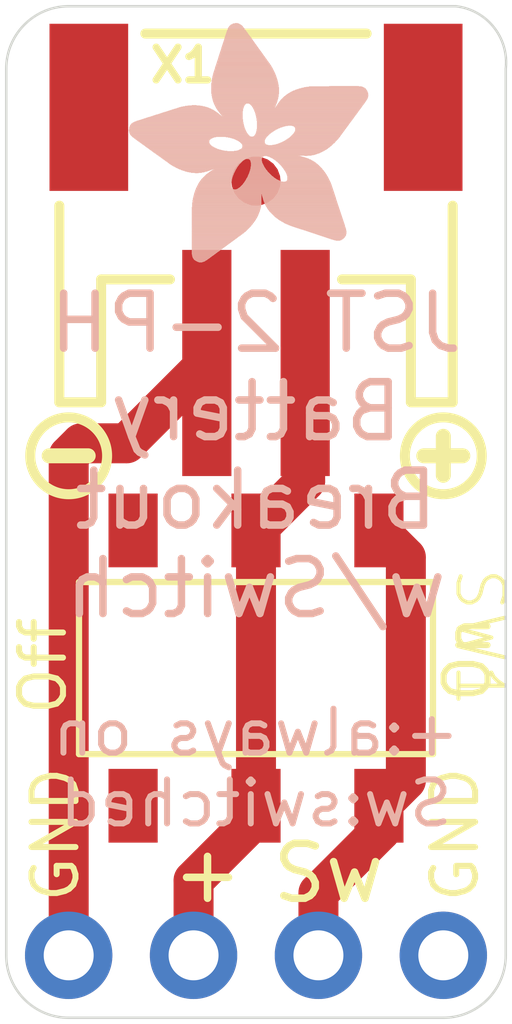
<source format=kicad_pcb>
(kicad_pcb (version 20240108) (generator "pcbnew") (generator_version "8.0")
  (layers (0 "F.Cu" signal) (31 "B.Cu" signal) (34 "B.Paste" user) (35 "F.Paste" user) (36 "B.SilkS" user "B.Silkscreen") (37 "F.SilkS" user "F.Silkscreen") (38 "B.Mask" user) (39 "F.Mask" user) (44 "Edge.Cuts" user))
  (net 0 "")
  (net 1 "N$1")
  (net 2 "N$2")
  (net 3 "GND")
  (footprint "JST2 switch:SYMBOL_MINUS" (layer "F.Cu") (at 144.687583 103.8606)
    (property "Reference" "U$2" (hide yes))
    (property "Value" "" (hide yes))
  )
  (footprint "JST2 switch:FIDUCIAL_1MM" (layer "F.Cu") (at 148.497583 98.2726)
    (property "Reference" "FID1" (hide yes))
    (property "Value" "FIDUCIAL\"\"" (hide yes))
    (pad "1" smd roundrect (at 0 0) (size 1 1) (layers "F.Cu" "F.Mask") (roundrect_rratio 0.5))
  )
  (footprint "JST2 switch:JSTPH2" (layer "F.Cu") (at 148.497583 98.2726)
    (property "Reference" "X1" (at -2.2225 -1.9685 0) (layer "F.SilkS") (effects (font (size 0.666496 0.666496) (thickness 0.146304)) (justify left bottom)))
    (property "Value" "")
    (pad "1" smd rect (at -1 3.7) (size 1 4.6) (layers "F.Cu" "F.Paste" "F.Mask") (net 3 "GND"))
    (pad "2" smd rect (at 1 3.7) (size 1 4.6) (layers "F.Cu" "F.Paste" "F.Mask") (net 1 "N$1"))
    (pad "NC1" smd rect (at -3.4 -1.5 90) (size 3.4 1.6) (layers "F.Cu" "F.Paste" "F.Mask"))
    (pad "NC2" smd rect (at 3.4 -1.5 90) (size 3.4 1.6) (layers "F.Cu" "F.Paste" "F.Mask"))
  )
  (footprint "JST2 switch:SYMBOL_PLUS" (layer "F.Cu") (at 152.307583 103.8606)
    (property "Reference" "U$1" (hide yes))
    (property "Value" "" (hide yes))
  )
  (footprint "JST2 switch:PADS-4" (layer "F.Cu") (at 148.497583 114.0206 180)
    (property "Reference" "JP1" (hide yes))
    (property "Value" "" (hide yes))
    (pad "1" thru_hole circle (at -3.81 0 270) (size 1.778 1.778) (drill 1.016) (layers "*.Cu" "*.Mask") (net 3 "GND"))
    (pad "2" thru_hole circle (at -1.27 0 270) (size 1.778 1.778) (drill 1.016) (layers "*.Cu" "*.Mask") (net 2 "N$2"))
    (pad "3" thru_hole circle (at 1.27 0 270) (size 1.778 1.778) (drill 1.016) (layers "*.Cu" "*.Mask") (net 1 "N$1"))
    (pad "4" thru_hole circle (at 3.81 0 270) (size 1.778 1.778) (drill 1.016) (layers "*.Cu" "*.Mask") (net 3 "GND"))
  )
  (footprint "JST2 switch:EG1390" (layer "F.Cu") (at 148.497583 108.1786 180)
    (property "Reference" "SW1" (at -4 2.1 -90) (layer "F.SilkS") (effects (font (size 0.93472 0.93472) (thickness 0.08128)) (justify left bottom)))
    (property "Value" "")
    (pad "" np_thru_hole circle (at -1.5 0 180) (size 1 1) (drill 1) (layers "*.Cu" "*.Mask"))
    (pad "" np_thru_hole circle (at 1.5 0 180) (size 1 1) (drill 1) (layers "*.Cu" "*.Mask"))
    (pad "O1" smd rect (at -2.5 -2.8 180) (size 1 1.5) (layers "F.Cu" "F.Paste" "F.Mask") (net 2 "N$2"))
    (pad "O2" smd rect (at -2.5 2.8 180) (size 1 1.5) (layers "F.Cu" "F.Paste" "F.Mask") (net 2 "N$2"))
    (pad "P1" smd rect (at 0 -2.8 180) (size 1 1.5) (layers "F.Cu" "F.Paste" "F.Mask") (net 1 "N$1"))
    (pad "P2" smd rect (at 0 2.8 180) (size 1 1.5) (layers "F.Cu" "F.Paste" "F.Mask") (net 1 "N$1"))
    (pad "S1" smd rect (at 2.5 -2.8 180) (size 1 1.5) (layers "F.Cu" "F.Paste" "F.Mask"))
    (pad "S2" smd rect (at 2.5 2.8 180) (size 1 1.5) (layers "F.Cu" "F.Paste" "F.Mask"))
  )
  (footprint "JST2 switch:ADAFRUIT_5MM" (layer "B.Cu") (at 150.783583 99.9236 180)
    (property "Reference" "U$3" (hide yes))
    (property "Value" "" (hide yes))
  )
  (gr_arc (start 143.417583 95.9866) (mid 143.789557 95.088574) (end 144.687583 94.7166) (stroke (width 0.05)) (layer "Edge.Cuts"))
  (gr_arc (start 144.687583 115.2906) (mid 143.789557 114.918626) (end 143.417583 114.0206) (stroke (width 0.05)) (layer "Edge.Cuts"))
  (gr_line (start 153.577583 95.9866) (end 153.577583 114.0206) (stroke (width 0.05)) (layer "Edge.Cuts"))
  (gr_arc (start 152.561583 94.7166) (mid 153.332609 95.14118) (end 153.577583 95.9866) (stroke (width 0.05)) (layer "Edge.Cuts"))
  (gr_arc (start 153.577583 114.0206) (mid 153.205609 114.918626) (end 152.307583 115.2906) (stroke (width 0.05)) (layer "Edge.Cuts"))
  (gr_line (start 152.307583 115.2906) (end 144.687583 115.2906) (stroke (width 0.05)) (layer "Edge.Cuts"))
  (gr_line (start 143.417583 114.0206) (end 143.417583 95.9866) (stroke (width 0.05)) (layer "Edge.Cuts"))
  (gr_line (start 144.687583 94.7166) (end 152.561583 94.7166) (stroke (width 0.05)) (layer "Edge.Cuts"))
  (gr_text "JST 2-PH\nBattery\nBreakout\nw/Switch" (at 148.497583 103.8606 0) (layer "B.SilkS") (effects (font (size 1.1176 1.1176) (thickness 0.1524)) (justify mirror)))
  (gr_text "+:always on\nSw:switched" (at 148.497583 110.2106 0) (layer "B.SilkS") (effects (font (size 0.89408 0.89408) (thickness 0.12192)) (justify mirror)))
  (gr_text "On" (at 153.323583 108.9406 90) (layer "F.SilkS") (effects (font (size 0.89408 0.89408) (thickness 0.12192)) (justify left bottom)))
  (gr_text "Off" (at 144.687583 109.1946 90) (layer "F.SilkS") (effects (font (size 0.89408 0.89408) (thickness 0.12192)) (justify left bottom)))
  (gr_text "Sw" (at 148.751583 113.0046 0) (layer "F.SilkS") (effects (font (size 1.1176 1.1176) (thickness 0.1524)) (justify left bottom)))
  (gr_text "GND" (at 144.941583 113.0046 90) (layer "F.SilkS") (effects (font (size 0.89408 0.89408) (thickness 0.12192)) (justify left bottom)))
  (gr_text "GND" (at 153.069583 113.0046 90) (layer "F.SilkS") (effects (font (size 0.89408 0.89408) (thickness 0.12192)) (justify left bottom)))
  (gr_text "+" (at 146.719583 113.0046 0) (layer "F.SilkS") (effects (font (size 1.1176 1.1176) (thickness 0.1524)) (justify left bottom)))
  (segment (start 149.497583 104.3786) (end 148.497583 105.3786) (width 0.8128) (layer "F.Cu") (net 1))
  (segment (start 148.497583 110.9786) (end 148.497583 111.2266) (width 0.8128) (layer "F.Cu") (net 1))
  (segment (start 148.497583 111.2266) (end 147.227583 112.4966) (width 0.8128) (layer "F.Cu") (net 1))
  (segment (start 147.227583 112.4966) (end 147.227583 114.0206) (width 0.8128) (layer "F.Cu") (net 1))
  (segment (start 149.497583 101.9726) (end 149.497583 104.3786) (width 0.8128) (layer "F.Cu") (net 1))
  (segment (start 148.497583 105.3786) (end 148.497583 110.9786) (width 0.8128) (layer "F.Cu") (net 1))
  (segment (start 151.031583 110.9786) (end 151.031583 111.4866) (width 0.8128) (layer "F.Cu") (net 2))
  (segment (start 151.545583 105.9266) (end 151.545583 110.4646) (width 0.8128) (layer "F.Cu") (net 2))
  (segment (start 149.767583 112.7506) (end 149.767583 114.0206) (width 0.8128) (layer "F.Cu") (net 2))
  (segment (start 151.545583 110.4646) (end 151.031583 110.9786) (width 0.8128) (layer "F.Cu") (net 2))
  (segment (start 151.031583 111.4866) (end 149.767583 112.7506) (width 0.8128) (layer "F.Cu") (net 2))
  (segment (start 150.997583 105.3786) (end 151.545583 105.9266) (width 0.8128) (layer "F.Cu") (net 2))
  (segment (start 151.031583 110.9786) (end 150.997583 110.9786) (width 0.8128) (layer "F.Cu") (net 2))
  (segment (start 144.941583 103.6066) (end 144.687583 103.8606) (width 0.8128) (layer "F.Cu") (net 3))
  (segment (start 145.863583 103.6066) (end 144.941583 103.6066) (width 0.8128) (layer "F.Cu") (net 3))
  (segment (start 144.687583 103.8606) (end 144.687583 114.0206) (width 0.8128) (layer "F.Cu") (net 3))
  (segment (start 147.497583 101.9726) (end 145.863583 103.6066) (width 0.8128) (layer "F.Cu") (net 3))
)
</source>
